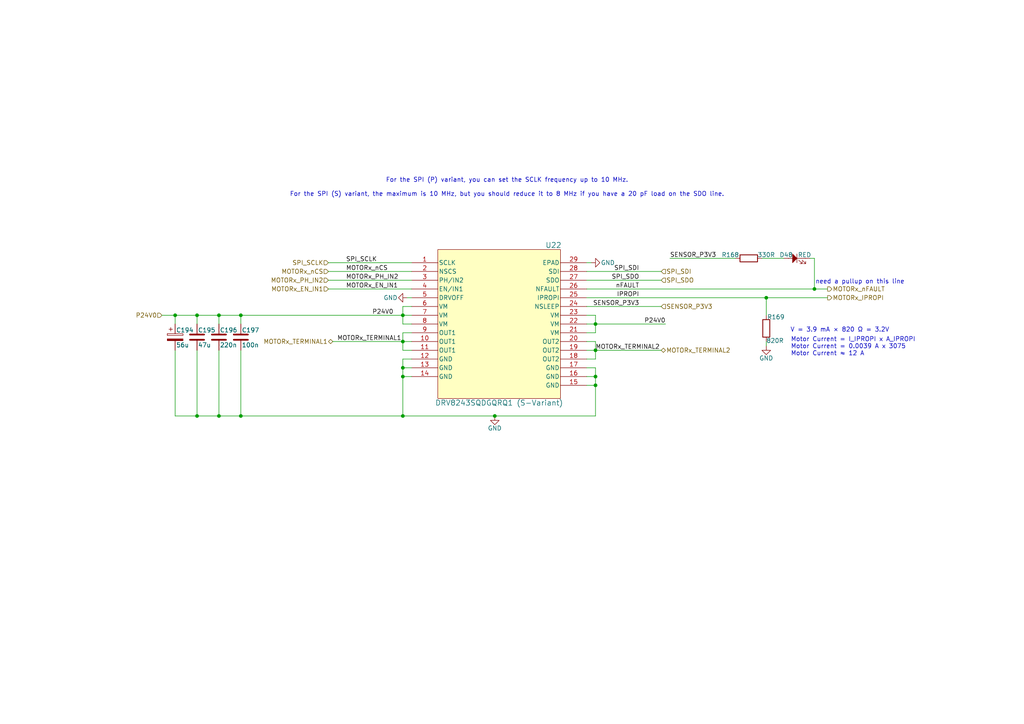
<source format=kicad_sch>
(kicad_sch (version 20250114) (generator "eeschema") (generator_version "9.0")
  (paper "A4")
  (lib_symbols
    (symbol "DRV8243SQDGQRQ1:DRV8243SQDGQRQ1" (pin_names (offset 0.254))
      (property "Reference" "U" (at 25.4 10.16 0))
      (property "Value" "DRV8243SQDGQRQ1" (at 25.4 7.62 0))
      (symbol "DRV8243SQDGQRQ1_0_1"
        (pin input line (at 0 0 0) (length 7.62) (name "SCLK") (number "1"))
        (pin input line (at 0 -2.54 0) (length 7.62) (name "NSCS") (number "2"))
        (pin input line (at 0 -5.08 0) (length 7.62) (name "PH/IN2") (number "3"))
        (pin input line (at 0 -7.62 0) (length 7.62) (name "EN/IN1") (number "4"))
        (pin input line (at 0 -10.16 0) (length 7.62) (name "DRVOFF") (number "5"))
        (pin power_in line (at 0 -12.7 0) (length 7.62) (name "VM") (number "6"))
        (pin power_in line (at 0 -15.24 0) (length 7.62) (name "VM") (number "7"))
        (pin power_in line (at 0 -17.78 0) (length 7.62) (name "VM") (number "8"))
        (pin output line (at 0 -20.32 0) (length 7.62) (name "OUT1") (number "9"))
        (pin output line (at 0 -22.86 0) (length 7.62) (name "OUT1") (number "10"))
        (pin output line (at 0 -25.4 0) (length 7.62) (name "OUT1") (number "11"))
        (pin power_out line (at 0 -27.94 0) (length 7.62) (name "GND") (number "12"))
        (pin power_out line (at 0 -30.48 0) (length 7.62) (name "GND") (number "13"))
        (pin power_out line (at 0 -33.02 0) (length 7.62) (name "GND") (number "14"))
        (pin power_out line (at 50.8 0 180) (length 7.62) (name "EPAD") (number "29"))
        (pin input line (at 50.8 -2.54 180) (length 7.62) (name "SDI") (number "28"))
        (pin output line (at 50.8 -5.08 180) (length 7.62) (name "SDO") (number "27"))
        (pin output line (at 50.8 -7.62 180) (length 7.62) (name "NFAULT") (number "26"))
        (pin bidirectional line (at 50.8 -10.16 180) (length 7.62) (name "IPROPI") (number "25"))
        (pin input line (at 50.8 -12.7 180) (length 7.62) (name "NSLEEP") (number "24"))
        (pin power_in line (at 50.8 -15.24 180) (length 7.62) (name "VM") (number "23"))
        (pin power_in line (at 50.8 -17.78 180) (length 7.62) (name "VM") (number "22"))
        (pin power_in line (at 50.8 -20.32 180) (length 7.62) (name "VM") (number "21"))
        (pin output line (at 50.8 -22.86 180) (length 7.62) (name "OUT2") (number "20"))
        (pin output line (at 50.8 -25.4 180) (length 7.62) (name "OUT2") (number "19"))
        (pin output line (at 50.8 -27.94 180) (length 7.62) (name "OUT2") (number "18"))
        (pin power_out line (at 50.8 -30.48 180) (length 7.62) (name "GND") (number "17"))
        (pin power_out line (at 50.8 -33.02 180) (length 7.62) (name "GND") (number "16"))
        (pin power_out line (at 50.8 -35.56 180) (length 7.62) (name "GND") (number "15"))
      )
      (symbol "DRV8243SQDGQRQ1_1_1"
        (rectangle (start 7.62 3.81) (end 43.18 -39.37) (fill (type background)))
      )
    )
    (symbol "Device:C" (pin_numbers (hide yes)) (pin_names (offset 0.254))
      (property "Reference" "C" (at 0.635 2.54 0))
      (property "Value" "C" (at 0.635 -2.54 0))
      (symbol "C_0_1"
        (polyline (pts (xy -2.032 0.762) (xy 2.032 0.762)) (stroke (width 0.508)))
        (polyline (pts (xy -2.032 -0.762) (xy 2.032 -0.762)) (stroke (width 0.508)))
      )
      (symbol "C_1_1"
        (pin passive line (at 0 3.81 270) (length 2.794) (name "~") (number "1"))
        (pin passive line (at 0 -3.81 90) (length 2.794) (name "~") (number "2"))
      )
    )
    (symbol "Device:C_Polarized" (pin_numbers (hide yes)) (pin_names (offset 0.254))
      (property "Reference" "C" (at 0.635 2.54 0))
      (property "Value" "C_Polarized" (at 0.635 -2.54 0))
      (symbol "C_Polarized_0_1"
        (rectangle (start -2.286 0.508) (end 2.286 1.016))
        (polyline (pts (xy -1.778 2.286) (xy -0.762 2.286)))
        (polyline (pts (xy -1.27 2.794) (xy -1.27 1.778)))
        (rectangle (start 2.286 -0.508) (end -2.286 -1.016) (fill (type outline)))
      )
      (symbol "C_Polarized_1_1"
        (pin passive line (at 0 3.81 270) (length 2.794) (name "~") (number "1"))
        (pin passive line (at 0 -3.81 90) (length 2.794) (name "~") (number "2"))
      )
    )
    (symbol "Device:R" (pin_numbers (hide yes)) (pin_names (offset 0))
      (property "Reference" "R" (at 2.032 0 90))
      (property "Value" "R" (at 0 0 90))
      (symbol "R_0_1"
        (rectangle (start -1.016 -2.54) (end 1.016 2.54) (stroke (width 0.254)))
      )
      (symbol "R_1_1"
        (pin passive line (at 0 3.81 270) (length 1.27) (name "~") (number "1"))
        (pin passive line (at 0 -3.81 90) (length 1.27) (name "~") (number "2"))
      )
    )
    (symbol "PCM_SL_Devices:LED"
      (property "Reference" "D" (at -0.508 5.334 0))
      (property "Value" "LED" (at -0.508 2.794 0))
      (symbol "LED_0_1"
        (polyline (pts (xy -1.27 0) (xy -2.54 0)))
        (polyline (pts (xy 0 1.27) (xy 0 -1.27)))
        (polyline (pts (xy 0 0) (xy -1.27 -1.27) (xy -1.27 1.27) (xy 0 0) (xy 1.27 0)) (fill (type outline)))
        (polyline (pts (xy 0.508 0.508) (xy 1.524 1.524)))
        (polyline (pts (xy 1.27 0) (xy 2.54 0)))
        (polyline (pts (xy 1.524 1.524) (xy 0.889 1.524)))
        (polyline (pts (xy 1.524 1.524) (xy 1.524 0.889)))
        (polyline (pts (xy 1.524 0.508) (xy 2.54 1.524)))
        (polyline (pts (xy 2.54 1.524) (xy 1.905 1.524)))
        (polyline (pts (xy 2.54 1.524) (xy 2.54 0.889)))
      )
      (symbol "LED_1_1"
        (pin passive line (at -3.81 0 0) (length 1.5) (name "") (number "2"))
        (pin passive line (at 3.81 0 180) (length 1.5) (name "~") (number "1"))
      )
    )
    (symbol "power:GND" (power) (pin_numbers (hide yes)) (pin_names (offset 0) (hide yes))
      (property "Value" "GND" (at 0 -3.81 0))
      (symbol "GND_0_1"
        (polyline (pts (xy 0 0) (xy 0 -1.27) (xy 1.27 -1.27) (xy 0 -2.54) (xy -1.27 -1.27) (xy 0 -1.27)))
      )
      (symbol "GND_1_1"
        (pin power_in line (at 0 0 270) (length 0) (name "~") (number "1"))
      )
    )
  )
  (text "V = 3.9 mA × 820 Ω = 3.2V" (at 243.586 95.758 0) (effects (font (size 1.27 1.27))))
  (text "Motor Current = I_IPROPI x A_IPROPI\nMotor Current = 0.0039 A x 3075\nMotor Current ≈ 12 A\n\n" (at 229.362 101.6 0) (effects (font (size 1.27 1.27)) (justify left)))
  (text "need a pullup on this line" (at 249.428 81.788 0) (effects (font (size 1.27 1.27))))
  (text "For the SPI (P) variant, you can set the SCLK frequency up to 10 MHz.\n\nFor the SPI (S) variant, the maximum is 10 MHz, but you should reduce it to 8 MHz if you have a 20 pF load on the SDO line." (at 147.066 54.356 0) (effects (font (size 1.27 1.27))))
  (junction (at 172.72 109.22))
  (junction (at 236.22 83.82))
  (junction (at 57.15 91.44))
  (junction (at 116.84 120.65))
  (junction (at 116.84 91.44))
  (junction (at 69.85 120.65))
  (junction (at 57.15 120.65))
  (junction (at 50.8 91.44))
  (junction (at 69.85 91.44))
  (junction (at 172.72 111.76))
  (junction (at 63.5 91.44))
  (junction (at 116.84 99.06))
  (junction (at 143.51 120.65))
  (junction (at 116.84 109.22))
  (junction (at 63.5 120.65))
  (junction (at 116.84 106.68))
  (junction (at 172.72 93.98))
  (junction (at 172.72 101.6))
  (junction (at 222.25 86.36))
  (wire (pts (xy 116.84 99.06) (xy 96.52 99.06)))
  (wire (pts (xy 116.84 88.9) (xy 116.84 91.44)))
  (wire (pts (xy 46.99 91.44) (xy 50.8 91.44)))
  (wire (pts (xy 116.84 104.14) (xy 116.84 106.68)))
  (wire (pts (xy 69.85 120.65) (xy 116.84 120.65)))
  (wire (pts (xy 50.8 91.44) (xy 57.15 91.44)))
  (wire (pts (xy 57.15 101.6) (xy 57.15 120.65)))
  (wire (pts (xy 116.84 99.06) (xy 119.38 99.06)))
  (wire (pts (xy 69.85 91.44) (xy 69.85 93.98)))
  (wire (pts (xy 57.15 91.44) (xy 57.15 93.98)))
  (wire (pts (xy 191.77 101.6) (xy 172.72 101.6)))
  (wire (pts (xy 63.5 101.6) (xy 63.5 120.65)))
  (wire (pts (xy 116.84 91.44) (xy 119.38 91.44)))
  (wire (pts (xy 116.84 96.52) (xy 116.84 99.06)))
  (wire (pts (xy 170.18 76.2) (xy 171.45 76.2)))
  (wire (pts (xy 172.72 109.22) (xy 172.72 111.76)))
  (wire (pts (xy 170.18 111.76) (xy 172.72 111.76)))
  (wire (pts (xy 116.84 106.68) (xy 116.84 109.22)))
  (wire (pts (xy 63.5 91.44) (xy 63.5 93.98)))
  (wire (pts (xy 220.98 74.93) (xy 227.33 74.93)))
  (wire (pts (xy 170.18 96.52) (xy 172.72 96.52)))
  (wire (pts (xy 116.84 88.9) (xy 119.38 88.9)))
  (wire (pts (xy 170.18 99.06) (xy 172.72 99.06)))
  (wire (pts (xy 116.84 109.22) (xy 119.38 109.22)))
  (wire (pts (xy 116.84 91.44) (xy 116.84 93.98)))
  (wire (pts (xy 170.18 101.6) (xy 172.72 101.6)))
  (wire (pts (xy 172.72 99.06) (xy 172.72 101.6)))
  (wire (pts (xy 95.25 83.82) (xy 119.38 83.82)))
  (wire (pts (xy 50.8 120.65) (xy 57.15 120.65)))
  (wire (pts (xy 170.18 88.9) (xy 191.77 88.9)))
  (wire (pts (xy 170.18 86.36) (xy 222.25 86.36)))
  (wire (pts (xy 170.18 93.98) (xy 172.72 93.98)))
  (wire (pts (xy 170.18 109.22) (xy 172.72 109.22)))
  (wire (pts (xy 69.85 91.44) (xy 116.84 91.44)))
  (wire (pts (xy 116.84 99.06) (xy 116.84 101.6)))
  (wire (pts (xy 69.85 101.6) (xy 69.85 120.65)))
  (wire (pts (xy 116.84 109.22) (xy 116.84 120.65)))
  (wire (pts (xy 170.18 91.44) (xy 172.72 91.44)))
  (wire (pts (xy 63.5 120.65) (xy 69.85 120.65)))
  (wire (pts (xy 236.22 83.82) (xy 240.03 83.82)))
  (wire (pts (xy 116.84 101.6) (xy 119.38 101.6)))
  (wire (pts (xy 116.84 93.98) (xy 119.38 93.98)))
  (wire (pts (xy 95.25 81.28) (xy 119.38 81.28)))
  (wire (pts (xy 57.15 91.44) (xy 63.5 91.44)))
  (wire (pts (xy 234.95 74.93) (xy 236.22 74.93)))
  (wire (pts (xy 191.77 81.28) (xy 170.18 81.28)))
  (wire (pts (xy 50.8 101.6) (xy 50.8 120.65)))
  (wire (pts (xy 116.84 96.52) (xy 119.38 96.52)))
  (wire (pts (xy 172.72 93.98) (xy 172.72 96.52)))
  (wire (pts (xy 191.77 78.74) (xy 170.18 78.74)))
  (wire (pts (xy 172.72 111.76) (xy 172.72 120.65)))
  (wire (pts (xy 170.18 104.14) (xy 172.72 104.14)))
  (wire (pts (xy 95.25 76.2) (xy 119.38 76.2)))
  (wire (pts (xy 143.51 120.65) (xy 172.72 120.65)))
  (wire (pts (xy 172.72 91.44) (xy 172.72 93.98)))
  (wire (pts (xy 222.25 86.36) (xy 222.25 91.44)))
  (wire (pts (xy 63.5 91.44) (xy 69.85 91.44)))
  (wire (pts (xy 170.18 106.68) (xy 172.72 106.68)))
  (wire (pts (xy 95.25 78.74) (xy 119.38 78.74)))
  (wire (pts (xy 222.25 99.06) (xy 222.25 100.33)))
  (wire (pts (xy 194.31 74.93) (xy 213.36 74.93)))
  (wire (pts (xy 170.18 83.82) (xy 236.22 83.82)))
  (wire (pts (xy 172.72 101.6) (xy 172.72 104.14)))
  (wire (pts (xy 116.84 120.65) (xy 143.51 120.65)))
  (wire (pts (xy 57.15 120.65) (xy 63.5 120.65)))
  (wire (pts (xy 116.84 104.14) (xy 119.38 104.14)))
  (wire (pts (xy 50.8 91.44) (xy 50.8 93.98)))
  (wire (pts (xy 172.72 93.98) (xy 193.04 93.98)))
  (wire (pts (xy 222.25 86.36) (xy 240.03 86.36)))
  (wire (pts (xy 116.84 106.68) (xy 119.38 106.68)))
  (wire (pts (xy 236.22 74.93) (xy 236.22 83.82)))
  (wire (pts (xy 118.11 86.36) (xy 119.38 86.36)))
  (wire (pts (xy 172.72 106.68) (xy 172.72 109.22)))
  (label "SPI_SDI" (at 185.42 78.74 180))
  (label "nFAULT" (at 185.42 83.82 180))
  (label "MOTORx_TERMINAL2" (at 172.72 101.6 0))
  (label "SENSOR_P3V3" (at 194.31 74.93 0))
  (label "MOTORx_TERMINAL1" (at 97.79 99.06 0))
  (label "P24V0" (at 193.04 93.98 180))
  (label "SENSOR_P3V3" (at 185.42 88.9 180))
  (label "SPI_SCLK" (at 100.33 76.2 0))
  (label "MOTORx_EN_IN1" (at 100.33 83.82 0))
  (label "MOTORx_PH_IN2" (at 100.33 81.28 0))
  (label "SPI_SDO" (at 185.42 81.28 180))
  (label "P24V0" (at 107.95 91.44 0))
  (label "MOTORx_nCS" (at 100.33 78.74 0))
  (label "IPROPI" (at 185.42 86.36 180))
  (hierarchical_label "SENSOR_P3V3" (shape input) (at 191.77 88.9 0))
  (hierarchical_label "P24V0" (shape input) (at 46.99 91.44 180))
  (hierarchical_label "MOTORx_nFAULT" (shape output) (at 240.03 83.82 0))
  (hierarchical_label "MOTORx_TERMINAL2" (shape bidirectional) (at 191.77 101.6 0))
  (hierarchical_label "MOTORx_nCS" (shape input) (at 95.25 78.74 180))
  (hierarchical_label "SPI_SCLK" (shape input) (at 95.25 76.2 180))
  (hierarchical_label "SPI_SDO" (shape input) (at 191.77 81.28 0))
  (hierarchical_label "SPI_SDI" (shape input) (at 191.77 78.74 0))
  (hierarchical_label "MOTORx_IPROPI" (shape output) (at 240.03 86.36 0))
  (hierarchical_label "MOTORx_PH_IN2" (shape input) (at 95.25 81.28 180))
  (hierarchical_label "MOTORx_TERMINAL1" (shape bidirectional) (at 96.52 99.06 180))
  (hierarchical_label "MOTORx_EN_IN1" (shape input) (at 95.25 83.82 180))
  (symbol (lib_id "Device:C_Polarized") (at 50.8 97.79 0) (unit 1)
    (property "Reference" "C186" (at 51.054 95.758 0) (effects (justify left)))
    (property "Value" "56u" (at 51.054 100.076 0) (effects (justify left)))
    (property "Description" "Polarized capacitor" (effects (hide yes)))
    (instances (project "STAR" (path "" (reference "C194") (unit 1)) (path "" (reference "C190") (unit 1)) (path "" (reference "C186") (unit 1)) (path "" (reference "C198") (unit 1))))
  )
  (symbol (lib_id "Device:C") (at 63.5 97.79 0) (unit 1)
    (property "Reference" "C188" (at 63.754 95.758 0) (effects (justify left)))
    (property "Value" "220n" (at 63.754 100.076 0) (effects (justify left)))
    (property "Description" "Unpolarized capacitor" (effects (hide yes)))
    (instances (project "STAR" (path "" (reference "C196") (unit 1)) (path "" (reference "C192") (unit 1)) (path "" (reference "C188") (unit 1)) (path "" (reference "C200") (unit 1))))
  )
  (symbol (lib_id "Device:C") (at 57.15 97.79 0) (unit 1)
    (property "Reference" "C187" (at 57.404 95.758 0) (effects (justify left)))
    (property "Value" "47u" (at 57.404 100.076 0) (effects (justify left)))
    (property "Description" "Unpolarized capacitor" (effects (hide yes)))
    (instances (project "STAR" (path "" (reference "C195") (unit 1)) (path "" (reference "C191") (unit 1)) (path "" (reference "C187") (unit 1)) (path "" (reference "C199") (unit 1))))
  )
  (symbol (lib_id "Device:C") (at 69.85 97.79 0) (unit 1)
    (property "Reference" "C189" (at 70.104 95.758 0) (effects (justify left)))
    (property "Value" "100n" (at 70.104 100.076 0) (effects (justify left)))
    (property "Description" "Unpolarized capacitor" (effects (hide yes)))
    (instances (project "STAR" (path "" (reference "C197") (unit 1)) (path "" (reference "C193") (unit 1)) (path "" (reference "C189") (unit 1)) (path "" (reference "C201") (unit 1))))
  )
  (symbol (lib_id "PCM_SL_Devices:LED") (at 231.14 74.93 0) (mirror x) (unit 1)
    (property "Reference" "D46" (at 226.06 73.914 0) (effects (justify left)))
    (property "Value" "RED" (at 231.394 73.914 0) (effects (justify left)))
    (property "Footprint" "PCM_Diode_SMD_AKL:D_0805_2012Metric" (effects (hide yes)))
    (property "Description" "Common 5mm diameter LED" (effects (hide yes)))
    (instances (project "STAR" (path "" (reference "D48") (unit 1)) (path "" (reference "D47") (unit 1)) (path "" (reference "D46") (unit 1)) (path "" (reference "D49") (unit 1))))
  )
  (symbol (lib_id "DRV8243SQDGQRQ1:DRV8243SQDGQRQ1") (at 119.38 76.2 0) (unit 1)
    (property "Reference" "U20" (at 160.528 71.12 0) (effects (font (size 1.524 1.524))))
    (property "Value" "DRV8243SQDGQRQ1 (S-Variant)" (at 144.78 116.84 0) (effects (font (size 1.524 1.524))))
    (property "Footprint" "VSSOP28_DGQ_TEX" (effects (hide yes)))
    (property "Datasheet" "https://www.ti.com/lit/gpn/drv8243-q1" (effects (hide yes)))
    (instances (project "STAR" (path "" (reference "U22") (unit 1)) (path "" (reference "U21") (unit 1)) (path "" (reference "U20") (unit 1)) (path "" (reference "U23") (unit 1))))
  )
  (symbol (lib_id "Device:R") (at 222.25 95.25 0) (unit 1)
    (property "Reference" "R165" (at 225.044 91.948 0))
    (property "Value" "820R" (at 224.79 98.806 0))
    (property "Description" "Resistor" (effects (hide yes)))
    (instances (project "STAR" (path "" (reference "R169") (unit 1)) (path "" (reference "R167") (unit 1)) (path "" (reference "R165") (unit 1)) (path "" (reference "R171") (unit 1))))
  )
  (symbol (lib_id "power:GND") (at 143.51 120.65 0) (unit 1)
    (property "Reference" "#PWR087" (effects (hide yes)))
    (property "Value" "GND" (at 145.542 124.206 0) (effects (justify right)))
    (property "Description" "Power symbol creates a global label with name \"GND\" , ground" (effects (hide yes)))
    (instances (project "STAR" (path "" (reference "#PWR095") (unit 1)) (path "" (reference "#PWR091") (unit 1)) (path "" (reference "#PWR087") (unit 1)) (path "" (reference "#PWR099") (unit 1))))
  )
  (symbol (lib_id "power:GND") (at 118.11 86.36 270) (unit 1)
    (property "Reference" "#PWR086" (effects (hide yes)))
    (property "Value" "GND" (at 115.316 86.36 90) (effects (justify right)))
    (property "Description" "Power symbol creates a global label with name \"GND\" , ground" (effects (hide yes)))
    (instances (project "STAR" (path "" (reference "#PWR094") (unit 1)) (path "" (reference "#PWR090") (unit 1)) (path "" (reference "#PWR086") (unit 1)) (path "" (reference "#PWR098") (unit 1))))
  )
  (symbol (lib_id "power:GND") (at 171.45 76.2 90) (unit 1)
    (property "Reference" "#PWR088" (effects (hide yes)))
    (property "Value" "GND" (at 174.244 76.2 90) (effects (justify right)))
    (property "Description" "Power symbol creates a global label with name \"GND\" , ground" (effects (hide yes)))
    (instances (project "STAR" (path "" (reference "#PWR096") (unit 1)) (path "" (reference "#PWR092") (unit 1)) (path "" (reference "#PWR088") (unit 1)) (path "" (reference "#PWR0100") (unit 1))))
  )
  (symbol (lib_id "power:GND") (at 222.25 100.33 0) (unit 1)
    (property "Reference" "#PWR089" (effects (hide yes)))
    (property "Value" "GND" (at 224.282 103.886 0) (effects (justify right)))
    (property "Description" "Power symbol creates a global label with name \"GND\" , ground" (effects (hide yes)))
    (instances (project "STAR" (path "" (reference "#PWR097") (unit 1)) (path "" (reference "#PWR093") (unit 1)) (path "" (reference "#PWR089") (unit 1)) (path "" (reference "#PWR0101") (unit 1))))
  )
  (symbol (lib_id "Device:R") (at 217.17 74.93 90) (unit 1)
    (property "Reference" "R164" (at 211.836 73.914 90))
    (property "Value" "330R" (at 222.25 73.914 90))
    (property "Description" "Resistor" (effects (hide yes)))
    (instances (project "STAR" (path "" (reference "R168") (unit 1)) (path "" (reference "R166") (unit 1)) (path "" (reference "R164") (unit 1)) (path "" (reference "R170") (unit 1))))
  )
)
</source>
